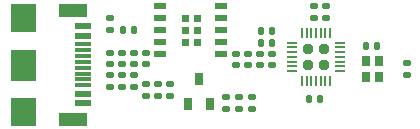
<source format=gbr>
%TF.GenerationSoftware,KiCad,Pcbnew,7.0.1*%
%TF.CreationDate,2023-09-28T18:09:22+08:00*%
%TF.ProjectId,PD_Fan,50445f46-616e-42e6-9b69-6361645f7063,rev?*%
%TF.SameCoordinates,Original*%
%TF.FileFunction,Paste,Top*%
%TF.FilePolarity,Positive*%
%FSLAX46Y46*%
G04 Gerber Fmt 4.6, Leading zero omitted, Abs format (unit mm)*
G04 Created by KiCad (PCBNEW 7.0.1) date 2023-09-28 18:09:22*
%MOMM*%
%LPD*%
G01*
G04 APERTURE LIST*
G04 Aperture macros list*
%AMRoundRect*
0 Rectangle with rounded corners*
0 $1 Rounding radius*
0 $2 $3 $4 $5 $6 $7 $8 $9 X,Y pos of 4 corners*
0 Add a 4 corners polygon primitive as box body*
4,1,4,$2,$3,$4,$5,$6,$7,$8,$9,$2,$3,0*
0 Add four circle primitives for the rounded corners*
1,1,$1+$1,$2,$3*
1,1,$1+$1,$4,$5*
1,1,$1+$1,$6,$7*
1,1,$1+$1,$8,$9*
0 Add four rect primitives between the rounded corners*
20,1,$1+$1,$2,$3,$4,$5,0*
20,1,$1+$1,$4,$5,$6,$7,0*
20,1,$1+$1,$6,$7,$8,$9,0*
20,1,$1+$1,$8,$9,$2,$3,0*%
G04 Aperture macros list end*
%ADD10C,0.100000*%
%ADD11RoundRect,0.147500X0.172500X-0.147500X0.172500X0.147500X-0.172500X0.147500X-0.172500X-0.147500X0*%
%ADD12R,0.800000X0.900000*%
%ADD13R,0.800000X1.050000*%
%ADD14RoundRect,0.147500X-0.172500X0.147500X-0.172500X-0.147500X0.172500X-0.147500X0.172500X0.147500X0*%
%ADD15RoundRect,0.147500X-0.147500X-0.172500X0.147500X-0.172500X0.147500X0.172500X-0.147500X0.172500X0*%
%ADD16R,1.100000X0.510000*%
%ADD17RoundRect,0.147500X0.147500X0.172500X-0.147500X0.172500X-0.147500X-0.172500X0.147500X-0.172500X0*%
%ADD18RoundRect,0.190400X-0.209600X-0.209600X0.209600X-0.209600X0.209600X0.209600X-0.209600X0.209600X0*%
%ADD19RoundRect,0.050000X-0.350000X-0.050000X0.350000X-0.050000X0.350000X0.050000X-0.350000X0.050000X0*%
%ADD20RoundRect,0.050000X-0.050000X-0.350000X0.050000X-0.350000X0.050000X0.350000X-0.050000X0.350000X0*%
%ADD21R,1.450000X0.600000*%
%ADD22R,1.450000X0.300000*%
G04 APERTURE END LIST*
%TO.C,U2*%
D10*
X16764000Y10177000D02*
X16256000Y10177000D01*
X16256000Y10685000D01*
X16764000Y10685000D01*
X16764000Y10177000D01*
G36*
X16764000Y10177000D02*
G01*
X16256000Y10177000D01*
X16256000Y10685000D01*
X16764000Y10685000D01*
X16764000Y10177000D01*
G37*
X16764000Y11193000D02*
X16256000Y11193000D01*
X16256000Y11701000D01*
X16764000Y11701000D01*
X16764000Y11193000D01*
G36*
X16764000Y11193000D02*
G01*
X16256000Y11193000D01*
X16256000Y11701000D01*
X16764000Y11701000D01*
X16764000Y11193000D01*
G37*
X16764000Y12209000D02*
X16256000Y12209000D01*
X16256000Y12717000D01*
X16764000Y12717000D01*
X16764000Y12209000D01*
G36*
X16764000Y12209000D02*
G01*
X16256000Y12209000D01*
X16256000Y12717000D01*
X16764000Y12717000D01*
X16764000Y12209000D01*
G37*
X15748000Y10177000D02*
X15240000Y10177000D01*
X15240000Y10685000D01*
X15748000Y10685000D01*
X15748000Y10177000D01*
G36*
X15748000Y10177000D02*
G01*
X15240000Y10177000D01*
X15240000Y10685000D01*
X15748000Y10685000D01*
X15748000Y10177000D01*
G37*
X15748000Y11193000D02*
X15240000Y11193000D01*
X15240000Y11701000D01*
X15748000Y11701000D01*
X15748000Y11193000D01*
G36*
X15748000Y11193000D02*
G01*
X15240000Y11193000D01*
X15240000Y11701000D01*
X15748000Y11701000D01*
X15748000Y11193000D01*
G37*
X15748000Y12209000D02*
X15240000Y12209000D01*
X15240000Y12717000D01*
X15748000Y12717000D01*
X15748000Y12209000D01*
G36*
X15748000Y12209000D02*
G01*
X15240000Y12209000D01*
X15240000Y12717000D01*
X15748000Y12717000D01*
X15748000Y12209000D01*
G37*
%TO.C,J2*%
X7113000Y12630000D02*
X4827000Y12630000D01*
X4827000Y13646000D01*
X7113000Y13646000D01*
X7113000Y12630000D01*
G36*
X7113000Y12630000D02*
G01*
X4827000Y12630000D01*
X4827000Y13646000D01*
X7113000Y13646000D01*
X7113000Y12630000D01*
G37*
X2795000Y11360000D02*
X763000Y11360000D01*
X763000Y13646000D01*
X2795000Y13646000D01*
X2795000Y11360000D01*
G36*
X2795000Y11360000D02*
G01*
X763000Y11360000D01*
X763000Y13646000D01*
X2795000Y13646000D01*
X2795000Y11360000D01*
G37*
X2795000Y7246000D02*
X763000Y7246000D01*
X763000Y9786000D01*
X2795000Y9786000D01*
X2795000Y7246000D01*
G36*
X2795000Y7246000D02*
G01*
X763000Y7246000D01*
X763000Y9786000D01*
X2795000Y9786000D01*
X2795000Y7246000D01*
G37*
X7113000Y3386000D02*
X4827000Y3386000D01*
X4827000Y4402000D01*
X7113000Y4402000D01*
X7113000Y3386000D01*
G36*
X7113000Y3386000D02*
G01*
X4827000Y3386000D01*
X4827000Y4402000D01*
X7113000Y4402000D01*
X7113000Y3386000D01*
G37*
X2795000Y3386000D02*
X763000Y3386000D01*
X763000Y5672000D01*
X2795000Y5672000D01*
X2795000Y3386000D01*
G36*
X2795000Y3386000D02*
G01*
X763000Y3386000D01*
X763000Y5672000D01*
X2795000Y5672000D01*
X2795000Y3386000D01*
G37*
%TD*%
D11*
%TO.C,C8*%
X21219000Y4780300D03*
X21219000Y5750300D03*
%TD*%
%TO.C,R1*%
X12268000Y5898000D03*
X12268000Y6868000D03*
%TD*%
%TO.C,C5*%
X11176000Y8565000D03*
X11176000Y9535000D03*
%TD*%
%TO.C,R2*%
X26416000Y12485000D03*
X26416000Y13455000D03*
%TD*%
%TO.C,R5*%
X9144000Y8565000D03*
X9144000Y9535000D03*
%TD*%
%TO.C,C9*%
X19888000Y8461000D03*
X19888000Y9431000D03*
%TD*%
%TO.C,C6*%
X19034600Y4777900D03*
X19034600Y5747900D03*
%TD*%
%TO.C,D2*%
X10160000Y8565000D03*
X10160000Y9535000D03*
%TD*%
%TO.C,R9*%
X20904000Y8461000D03*
X20904000Y9431000D03*
%TD*%
%TO.C,R3*%
X13284000Y5898000D03*
X13284000Y6868000D03*
%TD*%
D12*
%TO.C,Y1*%
X31995000Y7461000D03*
X31995000Y8861000D03*
X30895000Y8861000D03*
X30895000Y7461000D03*
%TD*%
D13*
%TO.C,U1*%
X15763000Y5181000D03*
X17663000Y5181000D03*
X16713000Y7331000D03*
%TD*%
D11*
%TO.C,C3*%
X14300000Y5898000D03*
X14300000Y6868000D03*
%TD*%
%TO.C,D1*%
X10160000Y6643000D03*
X10160000Y7613000D03*
%TD*%
D14*
%TO.C,C12*%
X22936000Y9431000D03*
X22936000Y8461000D03*
%TD*%
D15*
%TO.C,R6*%
X26030000Y5604000D03*
X27000000Y5604000D03*
%TD*%
D11*
%TO.C,C4*%
X11176000Y6660000D03*
X11176000Y7630000D03*
%TD*%
D16*
%TO.C,U2*%
X18552000Y9447000D03*
X18552000Y10447000D03*
X18552000Y11447000D03*
X18552000Y12447000D03*
X18552000Y13447000D03*
X13452000Y13447000D03*
X13452000Y12447000D03*
X13452000Y11447000D03*
X13452000Y10447000D03*
X13452000Y9447000D03*
%TD*%
D11*
%TO.C,R8*%
X12192000Y8565000D03*
X12192000Y9535000D03*
%TD*%
%TO.C,C7*%
X20126800Y4780300D03*
X20126800Y5750300D03*
%TD*%
D17*
%TO.C,C11*%
X31803000Y10066000D03*
X30833000Y10066000D03*
%TD*%
D14*
%TO.C,R4*%
X9144000Y7613000D03*
X9144000Y6643000D03*
%TD*%
D15*
%TO.C,C13*%
X21943000Y10343000D03*
X22913000Y10343000D03*
%TD*%
D11*
%TO.C,C15*%
X34290000Y7659000D03*
X34290000Y8629000D03*
%TD*%
D14*
%TO.C,C10*%
X21920000Y9431000D03*
X21920000Y8461000D03*
%TD*%
D17*
%TO.C,R7*%
X11229000Y11463000D03*
X10259000Y11463000D03*
%TD*%
D15*
%TO.C,C14*%
X21943000Y11359000D03*
X22913000Y11359000D03*
%TD*%
D14*
%TO.C,C2*%
X27432000Y13455000D03*
X27432000Y12485000D03*
%TD*%
%TO.C,C1*%
X9220000Y12433000D03*
X9220000Y11463000D03*
%TD*%
D18*
%TO.C,U3*%
X25969000Y9827000D03*
X25969000Y8527000D03*
X27269000Y9827000D03*
X27269000Y8527000D03*
D19*
X24619000Y10377000D03*
X24619000Y9977000D03*
X24619000Y9577000D03*
X24619000Y9177000D03*
X24619000Y8777000D03*
X24619000Y8377000D03*
X24619000Y7977000D03*
D20*
X25419000Y7177000D03*
X25819000Y7177000D03*
X26219000Y7177000D03*
X26619000Y7177000D03*
X27019000Y7177000D03*
X27419000Y7177000D03*
X27819000Y7177000D03*
D19*
X28619000Y7977000D03*
X28619000Y8377000D03*
X28619000Y8777000D03*
X28619000Y9177000D03*
X28619000Y9577000D03*
X28619000Y9977000D03*
X28619000Y10377000D03*
D20*
X27819000Y11177000D03*
X27419000Y11177000D03*
X27019000Y11177000D03*
X26619000Y11177000D03*
X26219000Y11177000D03*
X25819000Y11177000D03*
X25419000Y11177000D03*
%TD*%
D21*
%TO.C,J2*%
X6934000Y11772000D03*
X6934000Y10972000D03*
D22*
X6934000Y9772000D03*
X6934000Y8772000D03*
X6934000Y8272000D03*
X6934000Y7272000D03*
D21*
X6934000Y6072000D03*
X6934000Y5272000D03*
X6934000Y5272000D03*
X6934000Y6072000D03*
D22*
X6934000Y6772000D03*
X6934000Y7772000D03*
X6934000Y9272000D03*
X6934000Y10272000D03*
D21*
X6934000Y10972000D03*
X6934000Y11772000D03*
%TD*%
M02*

</source>
